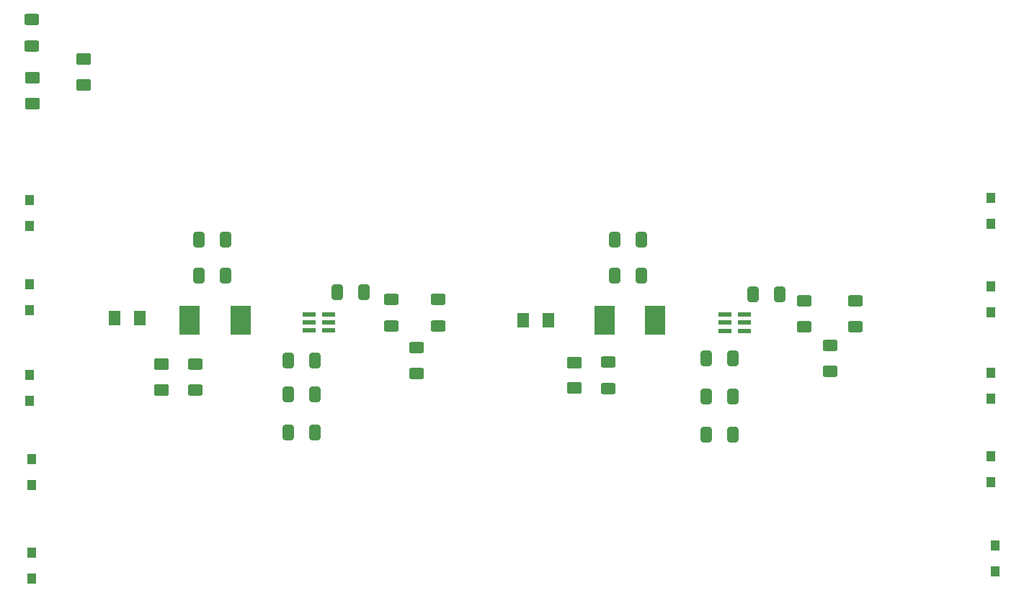
<source format=gbr>
%TF.GenerationSoftware,KiCad,Pcbnew,7.0.7+dfsg-1*%
%TF.CreationDate,2023-11-24T11:24:12-06:00*%
%TF.ProjectId,Power_Dist_Board,506f7765-725f-4446-9973-745f426f6172,rev?*%
%TF.SameCoordinates,Original*%
%TF.FileFunction,Paste,Top*%
%TF.FilePolarity,Positive*%
%FSLAX46Y46*%
G04 Gerber Fmt 4.6, Leading zero omitted, Abs format (unit mm)*
G04 Created by KiCad (PCBNEW 7.0.7+dfsg-1) date 2023-11-24 11:24:12*
%MOMM*%
%LPD*%
G01*
G04 APERTURE LIST*
G04 Aperture macros list*
%AMRoundRect*
0 Rectangle with rounded corners*
0 $1 Rounding radius*
0 $2 $3 $4 $5 $6 $7 $8 $9 X,Y pos of 4 corners*
0 Add a 4 corners polygon primitive as box body*
4,1,4,$2,$3,$4,$5,$6,$7,$8,$9,$2,$3,0*
0 Add four circle primitives for the rounded corners*
1,1,$1+$1,$2,$3*
1,1,$1+$1,$4,$5*
1,1,$1+$1,$6,$7*
1,1,$1+$1,$8,$9*
0 Add four rect primitives between the rounded corners*
20,1,$1+$1,$2,$3,$4,$5,0*
20,1,$1+$1,$4,$5,$6,$7,0*
20,1,$1+$1,$6,$7,$8,$9,0*
20,1,$1+$1,$8,$9,$2,$3,0*%
G04 Aperture macros list end*
%ADD10R,1.041400X1.193800*%
%ADD11RoundRect,0.250000X0.412500X0.650000X-0.412500X0.650000X-0.412500X-0.650000X0.412500X-0.650000X0*%
%ADD12RoundRect,0.250000X-0.412500X-0.650000X0.412500X-0.650000X0.412500X0.650000X-0.412500X0.650000X0*%
%ADD13R,2.350000X3.400001*%
%ADD14RoundRect,0.250001X0.624999X-0.462499X0.624999X0.462499X-0.624999X0.462499X-0.624999X-0.462499X0*%
%ADD15RoundRect,0.250000X-0.625000X0.400000X-0.625000X-0.400000X0.625000X-0.400000X0.625000X0.400000X0*%
%ADD16RoundRect,0.250001X-0.462499X-0.624999X0.462499X-0.624999X0.462499X0.624999X-0.462499X0.624999X0*%
%ADD17RoundRect,0.041300X-0.683700X-0.253700X0.683700X-0.253700X0.683700X0.253700X-0.683700X0.253700X0*%
%ADD18RoundRect,0.250000X0.625000X-0.400000X0.625000X0.400000X-0.625000X0.400000X-0.625000X-0.400000X0*%
%ADD19RoundRect,0.250001X-0.624999X0.462499X-0.624999X-0.462499X0.624999X-0.462499X0.624999X0.462499X0*%
G04 APERTURE END LIST*
D10*
%TO.C,D12*%
X216000000Y-82024000D03*
X216000000Y-78976000D03*
%TD*%
%TO.C,D5*%
X216000000Y-51694250D03*
X216000000Y-48646250D03*
%TD*%
D11*
%TO.C,C8*%
X136562500Y-71750000D03*
X133437500Y-71750000D03*
%TD*%
D12*
%TO.C,C3*%
X171750000Y-57750000D03*
X174875000Y-57750000D03*
%TD*%
D13*
%TO.C,L1*%
X170550000Y-63049999D03*
X176550000Y-63049999D03*
%TD*%
D10*
%TO.C,D4*%
X103047300Y-51946400D03*
X103047300Y-48898400D03*
%TD*%
%TO.C,D13*%
X103281300Y-82422400D03*
X103281300Y-79374400D03*
%TD*%
%TO.C,D9*%
X103281300Y-90374400D03*
X103281300Y-93422400D03*
%TD*%
D11*
%TO.C,C4*%
X185625000Y-67500000D03*
X182500000Y-67500000D03*
%TD*%
D14*
%TO.C,D3*%
X103346875Y-37487500D03*
X103346875Y-34512500D03*
%TD*%
D15*
%TO.C,R1*%
X171000000Y-67950000D03*
X171000000Y-71050000D03*
%TD*%
D11*
%TO.C,C9*%
X185625000Y-76500000D03*
X182500000Y-76500000D03*
%TD*%
D13*
%TO.C,L2*%
X121800000Y-63049999D03*
X127800000Y-63049999D03*
%TD*%
D12*
%TO.C,C1*%
X171750000Y-53500000D03*
X174875000Y-53500000D03*
%TD*%
%TO.C,C12*%
X139187500Y-59750000D03*
X142312500Y-59750000D03*
%TD*%
D16*
%TO.C,F2*%
X113014500Y-62738000D03*
X115989500Y-62738000D03*
%TD*%
D17*
%TO.C,U1*%
X184707500Y-62353750D03*
X184707500Y-63303750D03*
X184707500Y-64253750D03*
X187017500Y-64253750D03*
X187017500Y-63303750D03*
X187017500Y-62353750D03*
%TD*%
D10*
%TO.C,D7*%
X103047300Y-61820500D03*
X103047300Y-58772500D03*
%TD*%
D15*
%TO.C,R5*%
X194062500Y-60700000D03*
X194062500Y-63800000D03*
%TD*%
D18*
%TO.C,R7*%
X200062500Y-63800000D03*
X200062500Y-60700000D03*
%TD*%
D12*
%TO.C,C5*%
X122937500Y-57750000D03*
X126062500Y-57750000D03*
%TD*%
D17*
%TO.C,U2*%
X135845000Y-62300000D03*
X135845000Y-63250000D03*
X135845000Y-64200000D03*
X138155000Y-64200000D03*
X138155000Y-63250000D03*
X138155000Y-62300000D03*
%TD*%
D16*
%TO.C,F1*%
X161012500Y-63000000D03*
X163987500Y-63000000D03*
%TD*%
D15*
%TO.C,R2*%
X122500000Y-71250000D03*
X122500000Y-68150000D03*
%TD*%
%TO.C,R4*%
X145500000Y-60600000D03*
X145500000Y-63700000D03*
%TD*%
D10*
%TO.C,D8*%
X216000000Y-72234000D03*
X216000000Y-69186000D03*
%TD*%
D11*
%TO.C,C6*%
X136562500Y-67750000D03*
X133437500Y-67750000D03*
%TD*%
D10*
%TO.C,D6*%
X216500000Y-92524000D03*
X216500000Y-89476000D03*
%TD*%
D15*
%TO.C,R9*%
X148500000Y-66200000D03*
X148500000Y-69300000D03*
%TD*%
D19*
%TO.C,D1*%
X167000000Y-68012500D03*
X167000000Y-70987500D03*
%TD*%
D15*
%TO.C,R3*%
X103296875Y-27650000D03*
X103296875Y-30750000D03*
%TD*%
D10*
%TO.C,D10*%
X103047300Y-72460900D03*
X103047300Y-69412900D03*
%TD*%
D11*
%TO.C,C7*%
X185687500Y-72000000D03*
X182562500Y-72000000D03*
%TD*%
%TO.C,C10*%
X136562500Y-76250000D03*
X133437500Y-76250000D03*
%TD*%
D19*
%TO.C,F3*%
X109346875Y-32312500D03*
X109346875Y-35287500D03*
%TD*%
%TO.C,D2*%
X118500000Y-71187500D03*
X118500000Y-68212500D03*
%TD*%
D12*
%TO.C,C11*%
X188000000Y-60000000D03*
X191125000Y-60000000D03*
%TD*%
%TO.C,C2*%
X122937500Y-53500000D03*
X126062500Y-53500000D03*
%TD*%
D18*
%TO.C,R6*%
X151000000Y-63700000D03*
X151000000Y-60600000D03*
%TD*%
D10*
%TO.C,D11*%
X216000000Y-62068850D03*
X216000000Y-59020850D03*
%TD*%
D15*
%TO.C,R8*%
X197062500Y-65950000D03*
X197062500Y-69050000D03*
%TD*%
M02*

</source>
